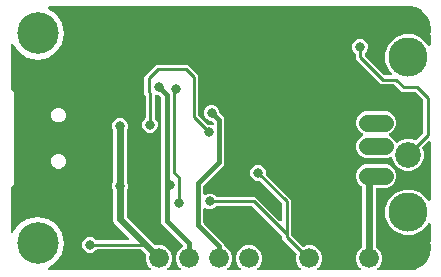
<source format=gbr>
G04 EAGLE Gerber RS-274X export*
G75*
%MOMM*%
%FSLAX34Y34*%
%LPD*%
%INBottom Copper*%
%IPPOS*%
%AMOC8*
5,1,8,0,0,1.08239X$1,22.5*%
G01*
%ADD10C,0.908000*%
%ADD11C,3.516000*%
%ADD12C,2.184400*%
%ADD13C,1.458000*%
%ADD14C,3.316000*%
%ADD15R,2.500000X2.500000*%
%ADD16C,1.208000*%
%ADD17C,1.676400*%
%ADD18C,0.800100*%
%ADD19C,0.254000*%
%ADD20C,0.609600*%
%ADD21C,0.406400*%

G36*
X120055Y2558D02*
X120055Y2558D01*
X120194Y2571D01*
X120213Y2578D01*
X120234Y2581D01*
X120362Y2632D01*
X120494Y2679D01*
X120510Y2690D01*
X120529Y2698D01*
X120642Y2779D01*
X120757Y2857D01*
X120770Y2873D01*
X120787Y2884D01*
X120875Y2992D01*
X120967Y3096D01*
X120976Y3114D01*
X120989Y3129D01*
X121049Y3255D01*
X121112Y3379D01*
X121116Y3399D01*
X121125Y3417D01*
X121151Y3554D01*
X121181Y3689D01*
X121181Y3710D01*
X121185Y3729D01*
X121176Y3868D01*
X121172Y4007D01*
X121166Y4027D01*
X121165Y4047D01*
X121122Y4179D01*
X121083Y4313D01*
X121073Y4330D01*
X121067Y4349D01*
X120992Y4467D01*
X120922Y4587D01*
X120903Y4608D01*
X120897Y4618D01*
X120882Y4632D01*
X120815Y4707D01*
X119010Y6513D01*
X117347Y10527D01*
X117347Y14967D01*
X117354Y14994D01*
X117355Y15024D01*
X117362Y15053D01*
X117358Y15182D01*
X117360Y15312D01*
X117353Y15341D01*
X117352Y15371D01*
X117316Y15495D01*
X117286Y15621D01*
X117272Y15647D01*
X117263Y15676D01*
X117198Y15788D01*
X117137Y15902D01*
X117117Y15924D01*
X117102Y15950D01*
X116996Y16071D01*
X113119Y19948D01*
X113041Y20008D01*
X112968Y20076D01*
X112915Y20105D01*
X112868Y20142D01*
X112777Y20182D01*
X112690Y20230D01*
X112631Y20245D01*
X112576Y20269D01*
X112478Y20284D01*
X112382Y20309D01*
X112282Y20315D01*
X112262Y20319D01*
X112249Y20317D01*
X112221Y20319D01*
X75816Y20319D01*
X75718Y20307D01*
X75619Y20304D01*
X75560Y20287D01*
X75500Y20279D01*
X75408Y20243D01*
X75313Y20215D01*
X75261Y20185D01*
X75205Y20162D01*
X75124Y20104D01*
X75039Y20054D01*
X74964Y19988D01*
X74947Y19976D01*
X74942Y19969D01*
X74938Y19967D01*
X74934Y19961D01*
X74918Y19948D01*
X73555Y18585D01*
X71151Y17589D01*
X68549Y17589D01*
X66145Y18585D01*
X64305Y20425D01*
X63309Y22829D01*
X63309Y25431D01*
X64305Y27835D01*
X66145Y29675D01*
X68549Y30671D01*
X71151Y30671D01*
X73555Y29675D01*
X74918Y28312D01*
X74997Y28252D01*
X75069Y28184D01*
X75122Y28155D01*
X75170Y28118D01*
X75260Y28078D01*
X75347Y28030D01*
X75406Y28015D01*
X75461Y27991D01*
X75559Y27976D01*
X75655Y27951D01*
X75755Y27945D01*
X75775Y27941D01*
X75788Y27943D01*
X75816Y27941D01*
X102061Y27941D01*
X102199Y27958D01*
X102338Y27971D01*
X102357Y27978D01*
X102377Y27981D01*
X102506Y28032D01*
X102637Y28079D01*
X102654Y28090D01*
X102673Y28098D01*
X102785Y28179D01*
X102900Y28257D01*
X102914Y28273D01*
X102930Y28284D01*
X103019Y28392D01*
X103111Y28496D01*
X103120Y28514D01*
X103133Y28529D01*
X103192Y28655D01*
X103255Y28779D01*
X103260Y28799D01*
X103268Y28817D01*
X103294Y28953D01*
X103325Y29089D01*
X103324Y29110D01*
X103328Y29129D01*
X103319Y29268D01*
X103315Y29407D01*
X103310Y29427D01*
X103308Y29447D01*
X103266Y29579D01*
X103227Y29713D01*
X103217Y29730D01*
X103210Y29749D01*
X103136Y29867D01*
X103065Y29987D01*
X103047Y30008D01*
X103040Y30018D01*
X103025Y30032D01*
X102959Y30107D01*
X90512Y42554D01*
X89661Y44608D01*
X89661Y69807D01*
X89660Y69816D01*
X89661Y69825D01*
X89643Y69953D01*
X89637Y70048D01*
X89627Y70080D01*
X89621Y70122D01*
X89618Y70131D01*
X89617Y70140D01*
X89565Y70293D01*
X88709Y72359D01*
X88709Y74961D01*
X89565Y77027D01*
X89567Y77036D01*
X89572Y77045D01*
X89609Y77190D01*
X89649Y77334D01*
X89649Y77343D01*
X89651Y77352D01*
X89661Y77513D01*
X89661Y120907D01*
X89660Y120916D01*
X89661Y120925D01*
X89640Y121074D01*
X89621Y121222D01*
X89618Y121231D01*
X89617Y121240D01*
X89565Y121393D01*
X88709Y123459D01*
X88709Y126061D01*
X89705Y128465D01*
X91545Y130305D01*
X93949Y131301D01*
X96551Y131301D01*
X98955Y130305D01*
X100795Y128465D01*
X101791Y126061D01*
X101791Y123459D01*
X100935Y121393D01*
X100933Y121384D01*
X100928Y121375D01*
X100891Y121230D01*
X100851Y121086D01*
X100851Y121077D01*
X100849Y121068D01*
X100839Y120907D01*
X100839Y77513D01*
X100840Y77504D01*
X100839Y77495D01*
X100860Y77346D01*
X100879Y77198D01*
X100882Y77189D01*
X100883Y77180D01*
X100935Y77027D01*
X101791Y74961D01*
X101791Y72359D01*
X100935Y70293D01*
X100933Y70284D01*
X100928Y70275D01*
X100919Y70237D01*
X100903Y70204D01*
X100884Y70103D01*
X100851Y69986D01*
X100851Y69977D01*
X100849Y69968D01*
X100845Y69900D01*
X100843Y69891D01*
X100844Y69883D01*
X100839Y69807D01*
X100839Y48561D01*
X100851Y48462D01*
X100854Y48363D01*
X100871Y48305D01*
X100879Y48245D01*
X100915Y48153D01*
X100943Y48058D01*
X100973Y48006D01*
X100996Y47949D01*
X101054Y47869D01*
X101104Y47784D01*
X101170Y47709D01*
X101182Y47692D01*
X101192Y47684D01*
X101210Y47663D01*
X119827Y29046D01*
X124899Y23974D01*
X124923Y23956D01*
X124942Y23934D01*
X125048Y23859D01*
X125150Y23780D01*
X125178Y23768D01*
X125202Y23751D01*
X125323Y23705D01*
X125442Y23653D01*
X125472Y23649D01*
X125500Y23638D01*
X125628Y23624D01*
X125756Y23603D01*
X125786Y23606D01*
X125816Y23603D01*
X125944Y23621D01*
X125962Y23623D01*
X130443Y23623D01*
X134457Y21960D01*
X137530Y18887D01*
X139193Y14873D01*
X139193Y10527D01*
X137530Y6513D01*
X135725Y4707D01*
X135639Y4598D01*
X135551Y4491D01*
X135542Y4472D01*
X135530Y4456D01*
X135474Y4328D01*
X135415Y4203D01*
X135411Y4183D01*
X135403Y4164D01*
X135381Y4026D01*
X135355Y3890D01*
X135357Y3870D01*
X135353Y3850D01*
X135366Y3711D01*
X135375Y3573D01*
X135381Y3554D01*
X135383Y3534D01*
X135430Y3402D01*
X135473Y3271D01*
X135484Y3253D01*
X135491Y3234D01*
X135569Y3119D01*
X135643Y3002D01*
X135658Y2988D01*
X135669Y2971D01*
X135774Y2879D01*
X135875Y2784D01*
X135893Y2774D01*
X135908Y2761D01*
X136032Y2697D01*
X136153Y2630D01*
X136173Y2625D01*
X136191Y2616D01*
X136327Y2586D01*
X136461Y2551D01*
X136489Y2549D01*
X136501Y2546D01*
X136522Y2547D01*
X136622Y2541D01*
X145318Y2541D01*
X145455Y2558D01*
X145594Y2571D01*
X145613Y2578D01*
X145634Y2581D01*
X145762Y2632D01*
X145894Y2679D01*
X145910Y2690D01*
X145929Y2698D01*
X146042Y2779D01*
X146157Y2857D01*
X146170Y2873D01*
X146187Y2884D01*
X146275Y2992D01*
X146367Y3096D01*
X146376Y3114D01*
X146389Y3129D01*
X146449Y3255D01*
X146512Y3379D01*
X146516Y3399D01*
X146525Y3417D01*
X146551Y3554D01*
X146581Y3689D01*
X146581Y3710D01*
X146585Y3729D01*
X146576Y3868D01*
X146572Y4007D01*
X146566Y4027D01*
X146565Y4047D01*
X146522Y4179D01*
X146483Y4313D01*
X146473Y4330D01*
X146467Y4349D01*
X146392Y4467D01*
X146322Y4587D01*
X146303Y4608D01*
X146297Y4618D01*
X146282Y4632D01*
X146215Y4707D01*
X144410Y6513D01*
X142747Y10527D01*
X142747Y14873D01*
X144410Y18887D01*
X147483Y21960D01*
X147963Y22159D01*
X148006Y22183D01*
X148053Y22200D01*
X148144Y22262D01*
X148239Y22316D01*
X148275Y22351D01*
X148316Y22379D01*
X148389Y22461D01*
X148467Y22537D01*
X148493Y22580D01*
X148526Y22617D01*
X148576Y22715D01*
X148634Y22809D01*
X148648Y22856D01*
X148671Y22900D01*
X148695Y23008D01*
X148727Y23113D01*
X148730Y23162D01*
X148740Y23211D01*
X148737Y23321D01*
X148742Y23430D01*
X148732Y23479D01*
X148731Y23528D01*
X148700Y23634D01*
X148678Y23742D01*
X148656Y23786D01*
X148642Y23834D01*
X148587Y23929D01*
X148538Y24027D01*
X148506Y24065D01*
X148481Y24108D01*
X148374Y24229D01*
X133098Y39506D01*
X130047Y42556D01*
X130047Y148710D01*
X130035Y148808D01*
X130032Y148907D01*
X130015Y148966D01*
X130007Y149026D01*
X129971Y149118D01*
X129943Y149213D01*
X129913Y149265D01*
X129890Y149321D01*
X129832Y149401D01*
X129782Y149487D01*
X129716Y149562D01*
X129704Y149579D01*
X129694Y149587D01*
X129676Y149608D01*
X128716Y150567D01*
X128638Y150628D01*
X128566Y150696D01*
X128513Y150725D01*
X128465Y150762D01*
X128374Y150801D01*
X128287Y150849D01*
X128229Y150864D01*
X128173Y150888D01*
X128075Y150904D01*
X127979Y150929D01*
X127879Y150935D01*
X127859Y150938D01*
X127847Y150937D01*
X127819Y150939D01*
X126969Y150939D01*
X126216Y151251D01*
X126168Y151264D01*
X126123Y151285D01*
X126015Y151306D01*
X125909Y151335D01*
X125859Y151335D01*
X125810Y151345D01*
X125701Y151338D01*
X125591Y151340D01*
X125543Y151328D01*
X125493Y151325D01*
X125389Y151291D01*
X125282Y151266D01*
X125238Y151242D01*
X125191Y151227D01*
X125098Y151168D01*
X125001Y151117D01*
X124964Y151083D01*
X124922Y151057D01*
X124847Y150977D01*
X124765Y150903D01*
X124738Y150861D01*
X124704Y150825D01*
X124651Y150729D01*
X124591Y150637D01*
X124574Y150590D01*
X124550Y150547D01*
X124523Y150440D01*
X124487Y150336D01*
X124483Y150287D01*
X124471Y150239D01*
X124461Y150078D01*
X124461Y131696D01*
X124473Y131598D01*
X124476Y131499D01*
X124493Y131440D01*
X124501Y131380D01*
X124537Y131288D01*
X124565Y131193D01*
X124595Y131141D01*
X124618Y131085D01*
X124676Y131004D01*
X124726Y130919D01*
X124792Y130844D01*
X124804Y130827D01*
X124814Y130819D01*
X124832Y130798D01*
X126195Y129435D01*
X127191Y127031D01*
X127191Y124429D01*
X126195Y122025D01*
X124355Y120185D01*
X121951Y119189D01*
X119349Y119189D01*
X116945Y120185D01*
X115105Y122025D01*
X114109Y124429D01*
X114109Y127031D01*
X115105Y129435D01*
X116468Y130798D01*
X116528Y130877D01*
X116596Y130949D01*
X116625Y131002D01*
X116662Y131050D01*
X116702Y131140D01*
X116750Y131227D01*
X116765Y131286D01*
X116789Y131341D01*
X116804Y131439D01*
X116829Y131535D01*
X116835Y131635D01*
X116839Y131655D01*
X116837Y131668D01*
X116839Y131696D01*
X116839Y150296D01*
X116827Y150394D01*
X116824Y150493D01*
X116807Y150551D01*
X116799Y150611D01*
X116763Y150703D01*
X116735Y150799D01*
X116705Y150851D01*
X116682Y150907D01*
X116624Y150987D01*
X116574Y151072D01*
X116508Y151148D01*
X116496Y151164D01*
X116486Y151172D01*
X116468Y151193D01*
X115569Y152092D01*
X115569Y166678D01*
X125422Y176531D01*
X152708Y176531D01*
X161291Y167948D01*
X161291Y134184D01*
X161303Y134086D01*
X161306Y133987D01*
X161323Y133929D01*
X161331Y133869D01*
X161367Y133777D01*
X161395Y133681D01*
X161425Y133629D01*
X161448Y133573D01*
X161506Y133493D01*
X161556Y133408D01*
X161622Y133332D01*
X161634Y133316D01*
X161644Y133308D01*
X161662Y133287D01*
X168656Y126293D01*
X168734Y126232D01*
X168807Y126164D01*
X168860Y126135D01*
X168907Y126098D01*
X168998Y126059D01*
X169085Y126011D01*
X169144Y125996D01*
X169199Y125972D01*
X169297Y125956D01*
X169393Y125931D01*
X169493Y125925D01*
X169513Y125922D01*
X169526Y125923D01*
X169554Y125921D01*
X171481Y125921D01*
X172742Y125399D01*
X172790Y125386D01*
X172835Y125365D01*
X172943Y125344D01*
X173049Y125315D01*
X173099Y125314D01*
X173148Y125305D01*
X173257Y125312D01*
X173367Y125310D01*
X173415Y125321D01*
X173465Y125325D01*
X173569Y125358D01*
X173676Y125384D01*
X173720Y125407D01*
X173767Y125423D01*
X173860Y125481D01*
X173957Y125533D01*
X173994Y125566D01*
X174036Y125593D01*
X174111Y125673D01*
X174193Y125747D01*
X174220Y125788D01*
X174254Y125824D01*
X174307Y125921D01*
X174367Y126012D01*
X174384Y126059D01*
X174408Y126103D01*
X174435Y126209D01*
X174471Y126313D01*
X174475Y126363D01*
X174487Y126411D01*
X174497Y126571D01*
X174497Y127120D01*
X174485Y127218D01*
X174482Y127317D01*
X174465Y127376D01*
X174457Y127436D01*
X174421Y127528D01*
X174393Y127623D01*
X174363Y127675D01*
X174340Y127731D01*
X174282Y127811D01*
X174232Y127897D01*
X174166Y127972D01*
X174154Y127989D01*
X174144Y127997D01*
X174126Y128018D01*
X173166Y128977D01*
X173088Y129038D01*
X173016Y129106D01*
X172963Y129135D01*
X172915Y129172D01*
X172824Y129211D01*
X172737Y129259D01*
X172679Y129274D01*
X172623Y129298D01*
X172525Y129314D01*
X172429Y129339D01*
X172329Y129345D01*
X172309Y129348D01*
X172297Y129347D01*
X172269Y129349D01*
X171419Y129349D01*
X169015Y130345D01*
X167175Y132185D01*
X166179Y134589D01*
X166179Y137191D01*
X167175Y139595D01*
X169015Y141435D01*
X171419Y142431D01*
X174021Y142431D01*
X176425Y141435D01*
X178265Y139595D01*
X179261Y137191D01*
X179261Y136341D01*
X179274Y136243D01*
X179277Y136144D01*
X179293Y136086D01*
X179301Y136026D01*
X179338Y135934D01*
X179365Y135839D01*
X179396Y135786D01*
X179418Y135730D01*
X179476Y135650D01*
X179527Y135565D01*
X179593Y135489D01*
X179605Y135473D01*
X179614Y135465D01*
X179633Y135444D01*
X183643Y131434D01*
X183643Y92086D01*
X166234Y74678D01*
X166174Y74599D01*
X166106Y74527D01*
X166077Y74474D01*
X166040Y74426D01*
X166000Y74335D01*
X165952Y74249D01*
X165937Y74190D01*
X165913Y74135D01*
X165898Y74037D01*
X165873Y73941D01*
X165867Y73841D01*
X165863Y73820D01*
X165865Y73808D01*
X165863Y73780D01*
X165863Y67625D01*
X165869Y67576D01*
X165867Y67527D01*
X165889Y67419D01*
X165903Y67310D01*
X165921Y67264D01*
X165931Y67215D01*
X165979Y67116D01*
X166020Y67014D01*
X166049Y66974D01*
X166071Y66929D01*
X166142Y66846D01*
X166206Y66757D01*
X166245Y66725D01*
X166277Y66687D01*
X166367Y66624D01*
X166451Y66554D01*
X166496Y66533D01*
X166537Y66504D01*
X166640Y66465D01*
X166739Y66419D01*
X166788Y66409D01*
X166834Y66392D01*
X166944Y66379D01*
X167051Y66359D01*
X167101Y66362D01*
X167150Y66356D01*
X167259Y66372D01*
X167369Y66378D01*
X167416Y66394D01*
X167465Y66401D01*
X167618Y66453D01*
X170149Y67501D01*
X172751Y67501D01*
X175155Y66505D01*
X176518Y65142D01*
X176597Y65082D01*
X176669Y65014D01*
X176722Y64985D01*
X176770Y64948D01*
X176860Y64908D01*
X176947Y64860D01*
X177006Y64845D01*
X177061Y64821D01*
X177159Y64806D01*
X177255Y64781D01*
X177355Y64775D01*
X177375Y64771D01*
X177388Y64773D01*
X177416Y64771D01*
X209858Y64771D01*
X230243Y44387D01*
X230352Y44301D01*
X230459Y44213D01*
X230478Y44204D01*
X230494Y44192D01*
X230622Y44136D01*
X230747Y44077D01*
X230767Y44073D01*
X230786Y44065D01*
X230924Y44043D01*
X231060Y44017D01*
X231080Y44019D01*
X231100Y44016D01*
X231239Y44029D01*
X231377Y44037D01*
X231396Y44043D01*
X231416Y44045D01*
X231548Y44093D01*
X231679Y44135D01*
X231697Y44146D01*
X231716Y44153D01*
X231831Y44231D01*
X231948Y44305D01*
X231962Y44320D01*
X231979Y44332D01*
X232071Y44436D01*
X232166Y44537D01*
X232176Y44555D01*
X232189Y44570D01*
X232253Y44694D01*
X232320Y44816D01*
X232325Y44835D01*
X232334Y44853D01*
X232364Y44989D01*
X232399Y45123D01*
X232401Y45152D01*
X232404Y45163D01*
X232403Y45184D01*
X232409Y45284D01*
X232409Y58856D01*
X232397Y58954D01*
X232394Y59053D01*
X232377Y59111D01*
X232369Y59171D01*
X232333Y59263D01*
X232305Y59359D01*
X232275Y59411D01*
X232252Y59467D01*
X232194Y59547D01*
X232144Y59632D01*
X232078Y59708D01*
X232066Y59724D01*
X232056Y59732D01*
X232038Y59753D01*
X213614Y78177D01*
X213536Y78238D01*
X213463Y78306D01*
X213410Y78335D01*
X213363Y78372D01*
X213272Y78411D01*
X213185Y78459D01*
X213126Y78474D01*
X213071Y78498D01*
X212973Y78514D01*
X212877Y78539D01*
X212777Y78545D01*
X212757Y78548D01*
X212744Y78547D01*
X212716Y78549D01*
X210789Y78549D01*
X208385Y79545D01*
X206545Y81385D01*
X205549Y83789D01*
X205549Y86391D01*
X206545Y88795D01*
X208385Y90635D01*
X210789Y91631D01*
X213391Y91631D01*
X215795Y90635D01*
X217635Y88795D01*
X218631Y86391D01*
X218631Y84464D01*
X218644Y84366D01*
X218647Y84266D01*
X218663Y84208D01*
X218671Y84148D01*
X218708Y84056D01*
X218735Y83961D01*
X218766Y83909D01*
X218788Y83852D01*
X218846Y83772D01*
X218897Y83687D01*
X218963Y83612D01*
X218975Y83595D01*
X218984Y83587D01*
X219003Y83566D01*
X240031Y62538D01*
X240031Y32584D01*
X240043Y32486D01*
X240046Y32387D01*
X240063Y32329D01*
X240071Y32269D01*
X240107Y32177D01*
X240135Y32081D01*
X240165Y32029D01*
X240188Y31973D01*
X240246Y31893D01*
X240296Y31808D01*
X240362Y31732D01*
X240374Y31716D01*
X240384Y31708D01*
X240402Y31687D01*
X249223Y22866D01*
X249246Y22848D01*
X249266Y22825D01*
X249372Y22751D01*
X249474Y22671D01*
X249502Y22659D01*
X249526Y22642D01*
X249647Y22596D01*
X249766Y22545D01*
X249795Y22540D01*
X249823Y22530D01*
X249952Y22515D01*
X250080Y22495D01*
X250110Y22498D01*
X250139Y22494D01*
X250268Y22513D01*
X250397Y22525D01*
X250425Y22535D01*
X250454Y22539D01*
X250606Y22591D01*
X253097Y23623D01*
X257443Y23623D01*
X261457Y21960D01*
X264530Y18887D01*
X266193Y14873D01*
X266193Y10527D01*
X264530Y6513D01*
X262725Y4707D01*
X262639Y4598D01*
X262551Y4491D01*
X262542Y4472D01*
X262530Y4456D01*
X262474Y4328D01*
X262415Y4203D01*
X262411Y4183D01*
X262403Y4164D01*
X262381Y4026D01*
X262355Y3890D01*
X262357Y3870D01*
X262353Y3850D01*
X262366Y3711D01*
X262375Y3573D01*
X262381Y3554D01*
X262383Y3534D01*
X262430Y3402D01*
X262473Y3271D01*
X262484Y3253D01*
X262491Y3234D01*
X262569Y3119D01*
X262643Y3002D01*
X262658Y2988D01*
X262669Y2971D01*
X262774Y2879D01*
X262875Y2784D01*
X262893Y2774D01*
X262908Y2761D01*
X263032Y2697D01*
X263153Y2630D01*
X263173Y2625D01*
X263191Y2616D01*
X263327Y2586D01*
X263461Y2551D01*
X263489Y2549D01*
X263501Y2546D01*
X263522Y2547D01*
X263622Y2541D01*
X297718Y2541D01*
X297855Y2558D01*
X297994Y2571D01*
X298013Y2578D01*
X298034Y2581D01*
X298162Y2632D01*
X298294Y2679D01*
X298310Y2690D01*
X298329Y2698D01*
X298442Y2779D01*
X298557Y2857D01*
X298570Y2873D01*
X298587Y2884D01*
X298675Y2992D01*
X298767Y3096D01*
X298776Y3114D01*
X298789Y3129D01*
X298849Y3255D01*
X298912Y3379D01*
X298916Y3399D01*
X298925Y3417D01*
X298951Y3554D01*
X298981Y3689D01*
X298981Y3710D01*
X298985Y3729D01*
X298976Y3868D01*
X298972Y4007D01*
X298966Y4027D01*
X298965Y4047D01*
X298922Y4179D01*
X298883Y4313D01*
X298873Y4330D01*
X298867Y4349D01*
X298792Y4467D01*
X298722Y4587D01*
X298703Y4608D01*
X298697Y4618D01*
X298682Y4632D01*
X298615Y4707D01*
X296810Y6513D01*
X295147Y10527D01*
X295147Y14873D01*
X296810Y18887D01*
X299950Y22027D01*
X299974Y22041D01*
X299995Y22061D01*
X300020Y22077D01*
X300109Y22172D01*
X300202Y22262D01*
X300218Y22287D01*
X300238Y22309D01*
X300301Y22422D01*
X300369Y22533D01*
X300377Y22561D01*
X300392Y22587D01*
X300424Y22713D01*
X300462Y22837D01*
X300464Y22867D01*
X300471Y22895D01*
X300481Y23056D01*
X300481Y72734D01*
X300478Y72763D01*
X300480Y72792D01*
X300458Y72920D01*
X300441Y73049D01*
X300431Y73077D01*
X300426Y73106D01*
X300372Y73224D01*
X300324Y73345D01*
X300307Y73369D01*
X300295Y73396D01*
X300214Y73497D01*
X300138Y73602D01*
X300115Y73621D01*
X300096Y73644D01*
X299993Y73722D01*
X299893Y73805D01*
X299866Y73818D01*
X299842Y73835D01*
X299698Y73906D01*
X299131Y74141D01*
X296366Y76906D01*
X294869Y80520D01*
X294869Y84430D01*
X296366Y88044D01*
X299131Y90809D01*
X302745Y92306D01*
X321235Y92306D01*
X324849Y90809D01*
X327614Y88044D01*
X329111Y84430D01*
X329111Y80520D01*
X327614Y76906D01*
X324849Y74141D01*
X321235Y72644D01*
X312928Y72644D01*
X312810Y72629D01*
X312691Y72622D01*
X312653Y72609D01*
X312612Y72604D01*
X312502Y72561D01*
X312389Y72524D01*
X312354Y72502D01*
X312317Y72487D01*
X312221Y72418D01*
X312120Y72354D01*
X312092Y72324D01*
X312059Y72301D01*
X311983Y72209D01*
X311902Y72122D01*
X311882Y72087D01*
X311857Y72056D01*
X311806Y71948D01*
X311748Y71844D01*
X311738Y71804D01*
X311721Y71768D01*
X311699Y71651D01*
X311669Y71536D01*
X311665Y71476D01*
X311661Y71456D01*
X311663Y71435D01*
X311659Y71375D01*
X311659Y23056D01*
X311662Y23026D01*
X311660Y22997D01*
X311682Y22869D01*
X311699Y22740D01*
X311709Y22713D01*
X311715Y22684D01*
X311768Y22565D01*
X311816Y22445D01*
X311833Y22421D01*
X311845Y22394D01*
X311926Y22292D01*
X312002Y22187D01*
X312025Y22168D01*
X312044Y22145D01*
X312147Y22067D01*
X312161Y22056D01*
X315330Y18887D01*
X316993Y14873D01*
X316993Y10527D01*
X315330Y6513D01*
X313525Y4707D01*
X313439Y4598D01*
X313351Y4491D01*
X313342Y4472D01*
X313330Y4456D01*
X313274Y4328D01*
X313215Y4203D01*
X313211Y4183D01*
X313203Y4164D01*
X313181Y4026D01*
X313155Y3890D01*
X313157Y3870D01*
X313153Y3850D01*
X313166Y3711D01*
X313175Y3573D01*
X313181Y3554D01*
X313183Y3534D01*
X313230Y3402D01*
X313273Y3271D01*
X313284Y3253D01*
X313291Y3234D01*
X313369Y3119D01*
X313443Y3002D01*
X313458Y2988D01*
X313469Y2971D01*
X313574Y2879D01*
X313675Y2784D01*
X313693Y2774D01*
X313708Y2761D01*
X313832Y2697D01*
X313953Y2630D01*
X313973Y2625D01*
X313991Y2616D01*
X314127Y2586D01*
X314261Y2551D01*
X314289Y2549D01*
X314301Y2546D01*
X314322Y2547D01*
X314422Y2541D01*
X342462Y2541D01*
X342541Y2551D01*
X342622Y2551D01*
X342775Y2580D01*
X342777Y2581D01*
X342778Y2581D01*
X342780Y2581D01*
X345308Y3235D01*
X345372Y3261D01*
X345439Y3277D01*
X345586Y3343D01*
X350589Y6005D01*
X350686Y6073D01*
X350787Y6135D01*
X350832Y6176D01*
X350849Y6188D01*
X350862Y6204D01*
X350906Y6244D01*
X354842Y10321D01*
X354914Y10416D01*
X354991Y10506D01*
X355021Y10559D01*
X355033Y10576D01*
X355041Y10594D01*
X355070Y10646D01*
X357554Y15740D01*
X357592Y15853D01*
X357637Y15962D01*
X357650Y16022D01*
X357656Y16041D01*
X357658Y16062D01*
X357670Y16120D01*
X358458Y21732D01*
X358459Y21801D01*
X358469Y21870D01*
X358464Y22031D01*
X358295Y23782D01*
X358287Y23819D01*
X358286Y23857D01*
X358252Y23974D01*
X358225Y24092D01*
X358208Y24126D01*
X358197Y24163D01*
X358139Y24261D01*
X358139Y25066D01*
X358135Y25097D01*
X358138Y25127D01*
X358120Y25287D01*
X357990Y26024D01*
X358050Y26132D01*
X358053Y26144D01*
X358058Y26154D01*
X358092Y26298D01*
X358129Y26440D01*
X358130Y26456D01*
X358132Y26464D01*
X358132Y26480D01*
X358139Y26601D01*
X358139Y41418D01*
X358131Y41487D01*
X358132Y41557D01*
X358111Y41645D01*
X358099Y41734D01*
X358074Y41799D01*
X358057Y41866D01*
X358015Y41946D01*
X357982Y42029D01*
X357941Y42086D01*
X357909Y42148D01*
X357848Y42214D01*
X357796Y42287D01*
X357742Y42331D01*
X357695Y42383D01*
X357620Y42432D01*
X357551Y42490D01*
X357487Y42519D01*
X357429Y42558D01*
X357344Y42587D01*
X357263Y42625D01*
X357194Y42638D01*
X357128Y42661D01*
X357039Y42668D01*
X356951Y42685D01*
X356881Y42681D01*
X356811Y42686D01*
X356723Y42671D01*
X356633Y42665D01*
X356567Y42644D01*
X356498Y42632D01*
X356416Y42595D01*
X356331Y42567D01*
X356272Y42530D01*
X356208Y42501D01*
X356138Y42445D01*
X356062Y42397D01*
X356014Y42346D01*
X355960Y42303D01*
X355905Y42231D01*
X355844Y42165D01*
X355810Y42104D01*
X355768Y42048D01*
X355697Y41904D01*
X355300Y40944D01*
X349921Y35565D01*
X342893Y32654D01*
X335287Y32654D01*
X328259Y35565D01*
X322880Y40944D01*
X319969Y47972D01*
X319969Y55578D01*
X322880Y62606D01*
X328259Y67985D01*
X335287Y70896D01*
X342893Y70896D01*
X349921Y67985D01*
X355300Y62606D01*
X355697Y61646D01*
X355732Y61585D01*
X355758Y61521D01*
X355810Y61448D01*
X355855Y61370D01*
X355903Y61320D01*
X355944Y61263D01*
X356014Y61206D01*
X356076Y61141D01*
X356136Y61105D01*
X356189Y61060D01*
X356271Y61022D01*
X356347Y60975D01*
X356414Y60955D01*
X356477Y60925D01*
X356565Y60908D01*
X356651Y60882D01*
X356721Y60878D01*
X356790Y60865D01*
X356879Y60871D01*
X356969Y60866D01*
X357037Y60881D01*
X357107Y60885D01*
X357192Y60913D01*
X357280Y60931D01*
X357343Y60961D01*
X357409Y60983D01*
X357485Y61031D01*
X357566Y61070D01*
X357619Y61116D01*
X357678Y61153D01*
X357740Y61219D01*
X357808Y61277D01*
X357848Y61334D01*
X357896Y61385D01*
X357939Y61463D01*
X357991Y61537D01*
X358016Y61602D01*
X358050Y61663D01*
X358072Y61750D01*
X358104Y61834D01*
X358112Y61904D01*
X358129Y61971D01*
X358139Y62132D01*
X358139Y111071D01*
X358122Y111208D01*
X358109Y111347D01*
X358102Y111366D01*
X358099Y111386D01*
X358048Y111515D01*
X358001Y111646D01*
X357990Y111663D01*
X357982Y111682D01*
X357901Y111794D01*
X357823Y111910D01*
X357807Y111923D01*
X357796Y111939D01*
X357688Y112028D01*
X357584Y112120D01*
X357566Y112129D01*
X357551Y112142D01*
X357425Y112201D01*
X357301Y112265D01*
X357281Y112269D01*
X357263Y112278D01*
X357127Y112304D01*
X356991Y112334D01*
X356970Y112334D01*
X356951Y112338D01*
X356812Y112329D01*
X356673Y112325D01*
X356653Y112319D01*
X356633Y112318D01*
X356501Y112275D01*
X356367Y112236D01*
X356350Y112226D01*
X356331Y112220D01*
X356213Y112145D01*
X356093Y112075D01*
X356072Y112056D01*
X356062Y112050D01*
X356048Y112035D01*
X355973Y111968D01*
X351572Y107568D01*
X351554Y107545D01*
X351531Y107525D01*
X351457Y107419D01*
X351377Y107317D01*
X351365Y107289D01*
X351348Y107265D01*
X351302Y107144D01*
X351251Y107025D01*
X351246Y106996D01*
X351236Y106968D01*
X351221Y106839D01*
X351201Y106711D01*
X351204Y106681D01*
X351200Y106652D01*
X351219Y106523D01*
X351231Y106394D01*
X351241Y106366D01*
X351245Y106337D01*
X351297Y106185D01*
X352553Y103153D01*
X352553Y97797D01*
X350503Y92849D01*
X346716Y89062D01*
X341768Y87012D01*
X336412Y87012D01*
X331464Y89062D01*
X327677Y92849D01*
X325564Y97949D01*
X325559Y97974D01*
X325511Y98073D01*
X325470Y98175D01*
X325441Y98215D01*
X325419Y98260D01*
X325348Y98344D01*
X325284Y98432D01*
X325245Y98464D01*
X325213Y98502D01*
X325123Y98565D01*
X325039Y98635D01*
X324994Y98656D01*
X324953Y98685D01*
X324850Y98724D01*
X324751Y98771D01*
X324702Y98780D01*
X324656Y98798D01*
X324546Y98810D01*
X324439Y98831D01*
X324389Y98827D01*
X324340Y98833D01*
X324231Y98818D01*
X324121Y98811D01*
X324074Y98795D01*
X324025Y98789D01*
X323872Y98736D01*
X321235Y97644D01*
X302745Y97644D01*
X299131Y99141D01*
X296366Y101906D01*
X294869Y105520D01*
X294869Y109430D01*
X296366Y113044D01*
X299131Y115809D01*
X300322Y116302D01*
X300443Y116371D01*
X300566Y116436D01*
X300581Y116450D01*
X300598Y116460D01*
X300698Y116557D01*
X300801Y116650D01*
X300812Y116667D01*
X300827Y116681D01*
X300899Y116799D01*
X300976Y116916D01*
X300983Y116935D01*
X300993Y116952D01*
X301034Y117085D01*
X301079Y117217D01*
X301081Y117237D01*
X301087Y117256D01*
X301093Y117395D01*
X301104Y117534D01*
X301101Y117554D01*
X301102Y117574D01*
X301074Y117710D01*
X301050Y117847D01*
X301042Y117866D01*
X301038Y117885D01*
X300976Y118010D01*
X300919Y118137D01*
X300907Y118153D01*
X300898Y118171D01*
X300808Y118277D01*
X300721Y118385D01*
X300705Y118398D01*
X300692Y118413D01*
X300578Y118493D01*
X300467Y118577D01*
X300442Y118589D01*
X300432Y118596D01*
X300412Y118603D01*
X300322Y118648D01*
X299131Y119141D01*
X296366Y121906D01*
X294869Y125520D01*
X294869Y129430D01*
X296366Y133044D01*
X299131Y135809D01*
X302745Y137306D01*
X321235Y137306D01*
X324849Y135809D01*
X327614Y133044D01*
X329111Y129430D01*
X329111Y125520D01*
X327614Y121906D01*
X324849Y119141D01*
X323658Y118648D01*
X323537Y118579D01*
X323414Y118514D01*
X323399Y118500D01*
X323382Y118490D01*
X323281Y118393D01*
X323179Y118300D01*
X323168Y118283D01*
X323153Y118269D01*
X323080Y118150D01*
X323004Y118034D01*
X322997Y118015D01*
X322987Y117998D01*
X322946Y117865D01*
X322901Y117733D01*
X322899Y117713D01*
X322893Y117694D01*
X322887Y117555D01*
X322876Y117416D01*
X322879Y117396D01*
X322878Y117376D01*
X322906Y117240D01*
X322930Y117103D01*
X322938Y117084D01*
X322942Y117065D01*
X323004Y116939D01*
X323061Y116813D01*
X323073Y116797D01*
X323082Y116779D01*
X323172Y116673D01*
X323259Y116565D01*
X323275Y116552D01*
X323288Y116537D01*
X323402Y116457D01*
X323513Y116373D01*
X323538Y116361D01*
X323548Y116354D01*
X323568Y116347D01*
X323658Y116302D01*
X324849Y115809D01*
X327614Y113044D01*
X328353Y111259D01*
X328378Y111216D01*
X328395Y111169D01*
X328456Y111078D01*
X328511Y110983D01*
X328545Y110947D01*
X328573Y110906D01*
X328656Y110834D01*
X328732Y110755D01*
X328774Y110729D01*
X328812Y110696D01*
X328909Y110646D01*
X329003Y110588D01*
X329051Y110574D01*
X329095Y110551D01*
X329202Y110527D01*
X329307Y110495D01*
X329357Y110492D01*
X329405Y110481D01*
X329515Y110485D01*
X329625Y110480D01*
X329673Y110490D01*
X329723Y110491D01*
X329829Y110522D01*
X329936Y110544D01*
X329981Y110566D01*
X330029Y110580D01*
X330123Y110635D01*
X330222Y110684D01*
X330260Y110716D01*
X330302Y110741D01*
X330423Y110848D01*
X331464Y111888D01*
X336412Y113938D01*
X341768Y113938D01*
X344800Y112682D01*
X344828Y112674D01*
X344854Y112661D01*
X344981Y112632D01*
X345106Y112598D01*
X345136Y112598D01*
X345165Y112591D01*
X345295Y112595D01*
X345424Y112593D01*
X345453Y112600D01*
X345483Y112601D01*
X345607Y112637D01*
X345734Y112667D01*
X345760Y112681D01*
X345788Y112689D01*
X345900Y112755D01*
X346015Y112816D01*
X346037Y112836D01*
X346062Y112851D01*
X346183Y112957D01*
X351418Y118192D01*
X351478Y118270D01*
X351546Y118342D01*
X351575Y118395D01*
X351612Y118443D01*
X351652Y118534D01*
X351700Y118621D01*
X351715Y118679D01*
X351739Y118735D01*
X351754Y118833D01*
X351779Y118929D01*
X351785Y119029D01*
X351789Y119049D01*
X351787Y119061D01*
X351789Y119089D01*
X351789Y146486D01*
X351777Y146584D01*
X351774Y146683D01*
X351757Y146741D01*
X351749Y146801D01*
X351713Y146893D01*
X351685Y146989D01*
X351655Y147041D01*
X351632Y147097D01*
X351574Y147177D01*
X351524Y147262D01*
X351458Y147338D01*
X351446Y147354D01*
X351436Y147362D01*
X351418Y147383D01*
X345503Y153298D01*
X345425Y153358D01*
X345353Y153426D01*
X345300Y153455D01*
X345252Y153492D01*
X345161Y153532D01*
X345074Y153580D01*
X345016Y153595D01*
X344960Y153619D01*
X344862Y153634D01*
X344766Y153659D01*
X344666Y153665D01*
X344646Y153669D01*
X344634Y153667D01*
X344606Y153669D01*
X333702Y153669D01*
X327723Y159648D01*
X327645Y159708D01*
X327573Y159776D01*
X327520Y159805D01*
X327472Y159842D01*
X327381Y159882D01*
X327294Y159930D01*
X327236Y159945D01*
X327180Y159969D01*
X327082Y159984D01*
X326986Y160009D01*
X326886Y160015D01*
X326866Y160019D01*
X326854Y160017D01*
X326826Y160019D01*
X315922Y160019D01*
X294639Y181302D01*
X294639Y185804D01*
X294627Y185902D01*
X294624Y186002D01*
X294607Y186060D01*
X294599Y186120D01*
X294563Y186212D01*
X294535Y186307D01*
X294505Y186359D01*
X294482Y186416D01*
X294424Y186496D01*
X294374Y186581D01*
X294308Y186656D01*
X294296Y186673D01*
X294286Y186681D01*
X294268Y186702D01*
X292905Y188065D01*
X291909Y190469D01*
X291909Y193071D01*
X292905Y195475D01*
X294745Y197315D01*
X297149Y198311D01*
X299751Y198311D01*
X302155Y197315D01*
X303995Y195475D01*
X304991Y193071D01*
X304991Y190469D01*
X303995Y188065D01*
X302632Y186702D01*
X302572Y186624D01*
X302504Y186551D01*
X302475Y186498D01*
X302438Y186451D01*
X302398Y186360D01*
X302350Y186273D01*
X302335Y186214D01*
X302311Y186159D01*
X302296Y186061D01*
X302271Y185965D01*
X302265Y185865D01*
X302261Y185845D01*
X302263Y185832D01*
X302261Y185804D01*
X302261Y184984D01*
X302273Y184886D01*
X302276Y184787D01*
X302293Y184729D01*
X302301Y184669D01*
X302337Y184577D01*
X302365Y184481D01*
X302395Y184429D01*
X302418Y184373D01*
X302476Y184293D01*
X302526Y184208D01*
X302592Y184132D01*
X302604Y184116D01*
X302614Y184108D01*
X302632Y184087D01*
X318707Y168012D01*
X318785Y167952D01*
X318857Y167884D01*
X318910Y167855D01*
X318958Y167818D01*
X319049Y167778D01*
X319136Y167730D01*
X319194Y167715D01*
X319250Y167691D01*
X319348Y167676D01*
X319444Y167651D01*
X319544Y167645D01*
X319564Y167641D01*
X319576Y167643D01*
X319604Y167641D01*
X324519Y167641D01*
X324657Y167658D01*
X324796Y167671D01*
X324815Y167678D01*
X324835Y167681D01*
X324964Y167732D01*
X325095Y167779D01*
X325112Y167790D01*
X325130Y167798D01*
X325243Y167879D01*
X325358Y167957D01*
X325371Y167973D01*
X325388Y167984D01*
X325477Y168092D01*
X325568Y168196D01*
X325578Y168214D01*
X325591Y168229D01*
X325650Y168355D01*
X325713Y168479D01*
X325718Y168499D01*
X325726Y168517D01*
X325752Y168653D01*
X325783Y168789D01*
X325782Y168810D01*
X325786Y168829D01*
X325777Y168968D01*
X325773Y169107D01*
X325767Y169127D01*
X325766Y169147D01*
X325723Y169279D01*
X325685Y169413D01*
X325674Y169430D01*
X325668Y169449D01*
X325594Y169567D01*
X325523Y169687D01*
X325505Y169708D01*
X325498Y169718D01*
X325483Y169732D01*
X325417Y169807D01*
X322880Y172344D01*
X319969Y179372D01*
X319969Y186978D01*
X322880Y194006D01*
X328259Y199385D01*
X335287Y202296D01*
X342893Y202296D01*
X349921Y199385D01*
X355300Y194006D01*
X355697Y193046D01*
X355732Y192985D01*
X355758Y192921D01*
X355810Y192848D01*
X355855Y192770D01*
X355903Y192720D01*
X355944Y192663D01*
X356014Y192606D01*
X356076Y192541D01*
X356136Y192505D01*
X356189Y192460D01*
X356271Y192422D01*
X356347Y192375D01*
X356414Y192355D01*
X356477Y192325D01*
X356565Y192308D01*
X356651Y192282D01*
X356721Y192278D01*
X356790Y192265D01*
X356879Y192271D01*
X356969Y192266D01*
X357037Y192281D01*
X357107Y192285D01*
X357192Y192313D01*
X357280Y192331D01*
X357343Y192361D01*
X357409Y192383D01*
X357485Y192431D01*
X357566Y192470D01*
X357619Y192516D01*
X357678Y192553D01*
X357740Y192619D01*
X357808Y192677D01*
X357848Y192734D01*
X357896Y192785D01*
X357939Y192863D01*
X357991Y192937D01*
X358016Y193002D01*
X358050Y193063D01*
X358072Y193150D01*
X358104Y193234D01*
X358112Y193304D01*
X358129Y193371D01*
X358139Y193532D01*
X358139Y201999D01*
X358121Y202146D01*
X358105Y202292D01*
X358101Y202303D01*
X358099Y202315D01*
X358045Y202452D01*
X357994Y202589D01*
X357993Y202591D01*
X358120Y203313D01*
X358121Y203343D01*
X358129Y203373D01*
X358139Y203534D01*
X358139Y204328D01*
X358140Y204329D01*
X358161Y204360D01*
X358203Y204474D01*
X358251Y204586D01*
X358257Y204623D01*
X358270Y204659D01*
X358295Y204818D01*
X358464Y206569D01*
X358462Y206638D01*
X358470Y206707D01*
X358458Y206868D01*
X357670Y212480D01*
X357639Y212595D01*
X357615Y212711D01*
X357592Y212767D01*
X357586Y212787D01*
X357576Y212804D01*
X357554Y212860D01*
X355070Y217954D01*
X355005Y218053D01*
X354947Y218156D01*
X354907Y218203D01*
X354896Y218220D01*
X354881Y218233D01*
X354842Y218279D01*
X350906Y222356D01*
X350814Y222430D01*
X350726Y222511D01*
X350687Y222535D01*
X350674Y222546D01*
X350665Y222550D01*
X350658Y222556D01*
X350640Y222564D01*
X350589Y222595D01*
X345586Y225257D01*
X345521Y225281D01*
X345461Y225315D01*
X345308Y225365D01*
X342780Y226019D01*
X342700Y226029D01*
X342623Y226049D01*
X342467Y226059D01*
X342464Y226059D01*
X342462Y226059D01*
X35404Y226059D01*
X35300Y226046D01*
X35196Y226042D01*
X35143Y226026D01*
X35089Y226019D01*
X34992Y225981D01*
X34891Y225951D01*
X34844Y225923D01*
X34793Y225902D01*
X34708Y225841D01*
X34619Y225787D01*
X34580Y225748D01*
X34535Y225716D01*
X34469Y225635D01*
X34396Y225561D01*
X34368Y225513D01*
X34333Y225471D01*
X34288Y225376D01*
X34236Y225286D01*
X34221Y225233D01*
X34197Y225183D01*
X34178Y225080D01*
X34149Y224980D01*
X34148Y224925D01*
X34137Y224871D01*
X34144Y224766D01*
X34141Y224662D01*
X34154Y224608D01*
X34157Y224553D01*
X34189Y224454D01*
X34213Y224352D01*
X34238Y224303D01*
X34255Y224251D01*
X34311Y224162D01*
X34359Y224070D01*
X34396Y224028D01*
X34425Y223982D01*
X34501Y223910D01*
X34571Y223832D01*
X34641Y223779D01*
X34657Y223764D01*
X34670Y223757D01*
X34699Y223735D01*
X41434Y219234D01*
X46350Y211878D01*
X48076Y203200D01*
X46350Y194522D01*
X41434Y187166D01*
X34078Y182250D01*
X25400Y180524D01*
X16722Y182250D01*
X9366Y187166D01*
X4865Y193901D01*
X4797Y193980D01*
X4736Y194065D01*
X4693Y194100D01*
X4657Y194141D01*
X4571Y194201D01*
X4491Y194267D01*
X4441Y194291D01*
X4395Y194322D01*
X4297Y194358D01*
X4203Y194403D01*
X4149Y194413D01*
X4097Y194432D01*
X3993Y194443D01*
X3890Y194463D01*
X3835Y194459D01*
X3781Y194465D01*
X3677Y194449D01*
X3573Y194443D01*
X3521Y194426D01*
X3466Y194418D01*
X3370Y194377D01*
X3271Y194345D01*
X3224Y194315D01*
X3173Y194294D01*
X3090Y194231D01*
X3002Y194175D01*
X2964Y194135D01*
X2920Y194101D01*
X2855Y194019D01*
X2784Y193943D01*
X2757Y193895D01*
X2723Y193852D01*
X2681Y193756D01*
X2630Y193665D01*
X2617Y193611D01*
X2594Y193561D01*
X2577Y193458D01*
X2551Y193357D01*
X2545Y193269D01*
X2542Y193247D01*
X2543Y193232D01*
X2541Y193196D01*
X2541Y156518D01*
X2553Y156420D01*
X2556Y156321D01*
X2573Y156263D01*
X2581Y156203D01*
X2617Y156111D01*
X2645Y156015D01*
X2675Y155963D01*
X2698Y155907D01*
X2756Y155827D01*
X2806Y155742D01*
X2872Y155666D01*
X2884Y155650D01*
X2894Y155642D01*
X2912Y155621D01*
X5081Y153452D01*
X5081Y75148D01*
X2912Y72979D01*
X2852Y72901D01*
X2784Y72829D01*
X2755Y72776D01*
X2718Y72728D01*
X2678Y72637D01*
X2630Y72550D01*
X2615Y72492D01*
X2591Y72436D01*
X2576Y72338D01*
X2551Y72243D01*
X2545Y72142D01*
X2541Y72122D01*
X2543Y72110D01*
X2541Y72082D01*
X2541Y35404D01*
X2554Y35300D01*
X2558Y35196D01*
X2574Y35143D01*
X2581Y35089D01*
X2619Y34992D01*
X2649Y34891D01*
X2677Y34844D01*
X2698Y34793D01*
X2759Y34708D01*
X2813Y34619D01*
X2852Y34580D01*
X2884Y34535D01*
X2965Y34469D01*
X3039Y34396D01*
X3087Y34368D01*
X3129Y34333D01*
X3224Y34288D01*
X3314Y34236D01*
X3367Y34221D01*
X3417Y34197D01*
X3520Y34178D01*
X3620Y34149D01*
X3675Y34148D01*
X3729Y34137D01*
X3834Y34144D01*
X3938Y34141D01*
X3992Y34154D01*
X4047Y34157D01*
X4146Y34189D01*
X4248Y34213D01*
X4297Y34238D01*
X4349Y34255D01*
X4438Y34311D01*
X4530Y34359D01*
X4572Y34396D01*
X4618Y34425D01*
X4690Y34501D01*
X4768Y34571D01*
X4821Y34641D01*
X4836Y34657D01*
X4843Y34670D01*
X4865Y34699D01*
X9366Y41434D01*
X16722Y46350D01*
X25400Y48076D01*
X34078Y46350D01*
X41434Y41434D01*
X46350Y34078D01*
X48076Y25400D01*
X46350Y16722D01*
X41434Y9366D01*
X34699Y4865D01*
X34620Y4797D01*
X34535Y4736D01*
X34500Y4693D01*
X34459Y4657D01*
X34399Y4571D01*
X34333Y4491D01*
X34309Y4441D01*
X34278Y4395D01*
X34242Y4297D01*
X34197Y4203D01*
X34187Y4149D01*
X34168Y4097D01*
X34157Y3993D01*
X34137Y3890D01*
X34141Y3835D01*
X34135Y3781D01*
X34151Y3677D01*
X34157Y3573D01*
X34174Y3521D01*
X34182Y3466D01*
X34223Y3370D01*
X34255Y3271D01*
X34285Y3224D01*
X34306Y3173D01*
X34369Y3090D01*
X34425Y3002D01*
X34465Y2964D01*
X34499Y2920D01*
X34581Y2855D01*
X34657Y2784D01*
X34705Y2757D01*
X34748Y2723D01*
X34844Y2681D01*
X34935Y2630D01*
X34989Y2617D01*
X35039Y2594D01*
X35142Y2577D01*
X35243Y2551D01*
X35331Y2545D01*
X35353Y2542D01*
X35368Y2543D01*
X35404Y2541D01*
X119918Y2541D01*
X120055Y2558D01*
G37*
G36*
X196255Y2558D02*
X196255Y2558D01*
X196394Y2571D01*
X196413Y2578D01*
X196434Y2581D01*
X196562Y2632D01*
X196694Y2679D01*
X196710Y2690D01*
X196729Y2698D01*
X196842Y2779D01*
X196957Y2857D01*
X196970Y2873D01*
X196987Y2884D01*
X197075Y2992D01*
X197167Y3096D01*
X197176Y3114D01*
X197189Y3129D01*
X197249Y3255D01*
X197312Y3379D01*
X197316Y3399D01*
X197325Y3417D01*
X197351Y3554D01*
X197381Y3689D01*
X197381Y3710D01*
X197385Y3729D01*
X197376Y3868D01*
X197372Y4007D01*
X197366Y4027D01*
X197365Y4047D01*
X197322Y4179D01*
X197283Y4313D01*
X197273Y4330D01*
X197267Y4349D01*
X197192Y4467D01*
X197122Y4587D01*
X197103Y4608D01*
X197097Y4618D01*
X197082Y4632D01*
X197015Y4707D01*
X195210Y6513D01*
X193547Y10527D01*
X193547Y14873D01*
X195210Y18887D01*
X198283Y21960D01*
X202297Y23623D01*
X206643Y23623D01*
X210657Y21960D01*
X213730Y18887D01*
X215393Y14873D01*
X215393Y10527D01*
X213730Y6513D01*
X211925Y4707D01*
X211839Y4598D01*
X211751Y4491D01*
X211742Y4472D01*
X211730Y4456D01*
X211674Y4328D01*
X211615Y4203D01*
X211611Y4183D01*
X211603Y4164D01*
X211581Y4026D01*
X211555Y3890D01*
X211557Y3870D01*
X211553Y3850D01*
X211566Y3711D01*
X211575Y3573D01*
X211581Y3554D01*
X211583Y3534D01*
X211630Y3402D01*
X211673Y3271D01*
X211684Y3253D01*
X211691Y3234D01*
X211769Y3119D01*
X211843Y3002D01*
X211858Y2988D01*
X211869Y2971D01*
X211974Y2879D01*
X212075Y2784D01*
X212093Y2774D01*
X212108Y2761D01*
X212232Y2697D01*
X212353Y2630D01*
X212373Y2625D01*
X212391Y2616D01*
X212527Y2586D01*
X212661Y2551D01*
X212689Y2549D01*
X212701Y2546D01*
X212722Y2547D01*
X212822Y2541D01*
X246918Y2541D01*
X247055Y2558D01*
X247194Y2571D01*
X247213Y2578D01*
X247234Y2581D01*
X247362Y2632D01*
X247494Y2679D01*
X247510Y2690D01*
X247529Y2698D01*
X247642Y2779D01*
X247757Y2857D01*
X247770Y2873D01*
X247787Y2884D01*
X247875Y2992D01*
X247967Y3096D01*
X247976Y3114D01*
X247989Y3129D01*
X248049Y3255D01*
X248112Y3379D01*
X248116Y3399D01*
X248125Y3417D01*
X248151Y3554D01*
X248181Y3689D01*
X248181Y3710D01*
X248185Y3729D01*
X248176Y3868D01*
X248172Y4007D01*
X248166Y4027D01*
X248165Y4047D01*
X248122Y4179D01*
X248083Y4313D01*
X248073Y4330D01*
X248067Y4349D01*
X247992Y4467D01*
X247922Y4587D01*
X247903Y4608D01*
X247897Y4618D01*
X247882Y4632D01*
X247815Y4707D01*
X246010Y6513D01*
X244347Y10527D01*
X244347Y14873D01*
X244635Y15568D01*
X244643Y15596D01*
X244656Y15622D01*
X244685Y15749D01*
X244719Y15874D01*
X244720Y15904D01*
X244726Y15933D01*
X244722Y16062D01*
X244724Y16192D01*
X244717Y16221D01*
X244716Y16251D01*
X244680Y16375D01*
X244650Y16502D01*
X244636Y16528D01*
X244628Y16556D01*
X244562Y16668D01*
X244501Y16783D01*
X244481Y16805D01*
X244466Y16830D01*
X244360Y16951D01*
X232409Y28902D01*
X232409Y30916D01*
X232397Y31014D01*
X232394Y31113D01*
X232377Y31171D01*
X232369Y31231D01*
X232333Y31323D01*
X232305Y31419D01*
X232275Y31471D01*
X232252Y31527D01*
X232194Y31607D01*
X232144Y31692D01*
X232078Y31768D01*
X232066Y31784D01*
X232056Y31792D01*
X232038Y31813D01*
X207073Y56778D01*
X206995Y56838D01*
X206923Y56906D01*
X206870Y56935D01*
X206822Y56972D01*
X206731Y57012D01*
X206644Y57060D01*
X206586Y57075D01*
X206530Y57099D01*
X206432Y57114D01*
X206336Y57139D01*
X206236Y57145D01*
X206216Y57149D01*
X206204Y57147D01*
X206176Y57149D01*
X177416Y57149D01*
X177318Y57137D01*
X177219Y57134D01*
X177160Y57117D01*
X177100Y57109D01*
X177008Y57073D01*
X176913Y57045D01*
X176861Y57015D01*
X176805Y56992D01*
X176724Y56934D01*
X176639Y56884D01*
X176564Y56818D01*
X176547Y56806D01*
X176539Y56796D01*
X176518Y56778D01*
X175155Y55415D01*
X172751Y54419D01*
X170149Y54419D01*
X167618Y55467D01*
X167570Y55480D01*
X167525Y55501D01*
X167417Y55522D01*
X167311Y55551D01*
X167261Y55552D01*
X167212Y55561D01*
X167103Y55554D01*
X166993Y55556D01*
X166945Y55545D01*
X166895Y55542D01*
X166791Y55508D01*
X166684Y55482D01*
X166640Y55459D01*
X166593Y55443D01*
X166500Y55385D01*
X166403Y55333D01*
X166366Y55300D01*
X166324Y55273D01*
X166249Y55193D01*
X166167Y55119D01*
X166140Y55078D01*
X166106Y55042D01*
X166053Y54946D01*
X165993Y54854D01*
X165976Y54807D01*
X165952Y54763D01*
X165925Y54657D01*
X165889Y54553D01*
X165885Y54503D01*
X165873Y54455D01*
X165863Y54295D01*
X165863Y43060D01*
X165875Y42962D01*
X165878Y42863D01*
X165895Y42804D01*
X165903Y42744D01*
X165939Y42652D01*
X165967Y42557D01*
X165997Y42505D01*
X166020Y42449D01*
X166078Y42369D01*
X166128Y42283D01*
X166194Y42208D01*
X166206Y42191D01*
X166216Y42183D01*
X166234Y42162D01*
X183643Y24754D01*
X183643Y23477D01*
X183646Y23447D01*
X183644Y23418D01*
X183666Y23290D01*
X183683Y23161D01*
X183693Y23134D01*
X183698Y23105D01*
X183752Y22986D01*
X183800Y22865D01*
X183817Y22842D01*
X183829Y22815D01*
X183910Y22713D01*
X183986Y22608D01*
X184009Y22589D01*
X184028Y22566D01*
X184131Y22488D01*
X184231Y22405D01*
X184258Y22393D01*
X184282Y22375D01*
X184426Y22304D01*
X185257Y21960D01*
X188330Y18887D01*
X189993Y14873D01*
X189993Y10527D01*
X188330Y6513D01*
X186525Y4707D01*
X186439Y4598D01*
X186351Y4491D01*
X186342Y4472D01*
X186330Y4456D01*
X186274Y4328D01*
X186215Y4203D01*
X186211Y4183D01*
X186203Y4164D01*
X186181Y4026D01*
X186155Y3890D01*
X186157Y3870D01*
X186153Y3850D01*
X186166Y3711D01*
X186175Y3573D01*
X186181Y3554D01*
X186183Y3534D01*
X186230Y3402D01*
X186273Y3271D01*
X186284Y3253D01*
X186291Y3234D01*
X186369Y3119D01*
X186443Y3002D01*
X186458Y2988D01*
X186469Y2971D01*
X186574Y2879D01*
X186675Y2784D01*
X186693Y2774D01*
X186708Y2761D01*
X186832Y2697D01*
X186953Y2630D01*
X186973Y2625D01*
X186991Y2616D01*
X187127Y2586D01*
X187261Y2551D01*
X187289Y2549D01*
X187301Y2546D01*
X187322Y2547D01*
X187422Y2541D01*
X196118Y2541D01*
X196255Y2558D01*
G37*
%LPC*%
G36*
X21122Y144754D02*
X21122Y144754D01*
X21101Y144753D01*
X21007Y144759D01*
X20040Y144759D01*
X20035Y144763D01*
X19924Y144803D01*
X19816Y144849D01*
X19775Y144856D01*
X19735Y144870D01*
X19576Y144895D01*
X19535Y144898D01*
X17213Y146536D01*
X16021Y149115D01*
X16118Y150185D01*
X16117Y150220D01*
X16123Y150254D01*
X16118Y150415D01*
X16021Y151485D01*
X17213Y154064D01*
X19535Y155702D01*
X19576Y155705D01*
X19617Y155714D01*
X19659Y155716D01*
X19772Y155748D01*
X19887Y155774D01*
X19924Y155792D01*
X19964Y155804D01*
X20026Y155841D01*
X21007Y155841D01*
X21028Y155843D01*
X21122Y155846D01*
X22085Y155933D01*
X22091Y155930D01*
X22205Y155901D01*
X22317Y155864D01*
X22358Y155861D01*
X22399Y155851D01*
X22559Y155841D01*
X25801Y155841D01*
X25842Y155846D01*
X25884Y155843D01*
X25999Y155866D01*
X26116Y155881D01*
X26155Y155896D01*
X26196Y155904D01*
X26261Y155935D01*
X27238Y155846D01*
X27259Y155847D01*
X27353Y155841D01*
X28320Y155841D01*
X28325Y155837D01*
X28436Y155797D01*
X28544Y155751D01*
X28585Y155744D01*
X28625Y155730D01*
X28784Y155705D01*
X28825Y155702D01*
X31147Y154064D01*
X32339Y151485D01*
X32242Y150415D01*
X32243Y150380D01*
X32237Y150346D01*
X32242Y150185D01*
X32339Y149115D01*
X31147Y146536D01*
X28825Y144898D01*
X28784Y144895D01*
X28743Y144886D01*
X28701Y144884D01*
X28588Y144852D01*
X28473Y144826D01*
X28436Y144808D01*
X28396Y144796D01*
X28334Y144759D01*
X27353Y144759D01*
X27332Y144757D01*
X27238Y144754D01*
X26275Y144667D01*
X26269Y144670D01*
X26155Y144699D01*
X26043Y144736D01*
X26002Y144739D01*
X25961Y144749D01*
X25801Y144759D01*
X22559Y144759D01*
X22518Y144754D01*
X22476Y144757D01*
X22361Y144734D01*
X22244Y144719D01*
X22205Y144704D01*
X22164Y144696D01*
X22099Y144665D01*
X21122Y144754D01*
G37*
%LPD*%
%LPC*%
G36*
X21122Y72754D02*
X21122Y72754D01*
X21101Y72753D01*
X21007Y72759D01*
X20040Y72759D01*
X20035Y72763D01*
X19924Y72803D01*
X19816Y72849D01*
X19775Y72856D01*
X19735Y72870D01*
X19576Y72895D01*
X19535Y72898D01*
X17213Y74536D01*
X16021Y77115D01*
X16118Y78185D01*
X16117Y78220D01*
X16123Y78254D01*
X16118Y78415D01*
X16021Y79485D01*
X17213Y82064D01*
X19535Y83702D01*
X19576Y83705D01*
X19617Y83714D01*
X19659Y83716D01*
X19772Y83748D01*
X19887Y83774D01*
X19924Y83792D01*
X19964Y83804D01*
X20026Y83841D01*
X21007Y83841D01*
X21029Y83843D01*
X21122Y83846D01*
X22085Y83933D01*
X22091Y83930D01*
X22205Y83901D01*
X22317Y83864D01*
X22358Y83861D01*
X22399Y83851D01*
X22559Y83841D01*
X25801Y83841D01*
X25842Y83846D01*
X25884Y83843D01*
X25999Y83866D01*
X26116Y83881D01*
X26155Y83896D01*
X26196Y83904D01*
X26261Y83935D01*
X27238Y83846D01*
X27259Y83847D01*
X27353Y83841D01*
X28320Y83841D01*
X28325Y83837D01*
X28436Y83797D01*
X28544Y83751D01*
X28585Y83744D01*
X28625Y83730D01*
X28784Y83705D01*
X28825Y83702D01*
X31147Y82064D01*
X32339Y79485D01*
X32242Y78415D01*
X32243Y78380D01*
X32237Y78346D01*
X32242Y78185D01*
X32339Y77115D01*
X31147Y74536D01*
X28825Y72898D01*
X28784Y72895D01*
X28743Y72886D01*
X28701Y72884D01*
X28588Y72852D01*
X28473Y72826D01*
X28436Y72808D01*
X28396Y72796D01*
X28334Y72759D01*
X27353Y72759D01*
X27332Y72757D01*
X27238Y72754D01*
X26275Y72667D01*
X26269Y72670D01*
X26155Y72699D01*
X26043Y72736D01*
X26002Y72739D01*
X25961Y72749D01*
X25801Y72759D01*
X22559Y72759D01*
X22518Y72754D01*
X22476Y72757D01*
X22361Y72734D01*
X22244Y72719D01*
X22205Y72704D01*
X22164Y72696D01*
X22099Y72665D01*
X21122Y72754D01*
G37*
%LPD*%
%LPC*%
G36*
X41978Y127759D02*
X41978Y127759D01*
X39758Y128679D01*
X38059Y130378D01*
X37139Y132598D01*
X37139Y135002D01*
X38059Y137222D01*
X39758Y138921D01*
X41978Y139841D01*
X44382Y139841D01*
X46602Y138921D01*
X48301Y137222D01*
X49221Y135002D01*
X49221Y132598D01*
X48301Y130378D01*
X46602Y128679D01*
X44382Y127759D01*
X41978Y127759D01*
G37*
%LPD*%
%LPC*%
G36*
X41978Y88759D02*
X41978Y88759D01*
X39758Y89679D01*
X38059Y91378D01*
X37139Y93598D01*
X37139Y96002D01*
X38059Y98222D01*
X39758Y99921D01*
X41978Y100841D01*
X44382Y100841D01*
X46602Y99921D01*
X48301Y98222D01*
X49221Y96002D01*
X49221Y93598D01*
X48301Y91378D01*
X46602Y89679D01*
X44382Y88759D01*
X41978Y88759D01*
G37*
%LPD*%
D10*
X242710Y102060D03*
X251710Y93060D03*
X233710Y93060D03*
X233710Y111060D03*
X251710Y111060D03*
D11*
X25400Y203200D03*
X25400Y25400D03*
D12*
X339090Y135475D03*
X339090Y100475D03*
D13*
X319280Y107475D02*
X304700Y107475D01*
X304700Y127475D02*
X319280Y127475D01*
X319280Y82475D02*
X304700Y82475D01*
X304700Y152475D02*
X319280Y152475D01*
D14*
X339090Y51775D03*
X339090Y183175D03*
D15*
X24180Y78300D03*
X24180Y150300D03*
D16*
X52180Y147300D02*
X52180Y159380D01*
X52180Y81300D02*
X52180Y69220D01*
D17*
X128270Y12700D03*
X153670Y12700D03*
X179070Y12700D03*
X204470Y12700D03*
X229870Y12700D03*
X255270Y12700D03*
X280670Y12700D03*
X306070Y12700D03*
D18*
X276860Y208280D03*
X260350Y49530D03*
X293370Y33020D03*
X318770Y38100D03*
X353060Y33020D03*
X191770Y113030D03*
X172720Y73660D03*
X118110Y101600D03*
X118110Y86360D03*
X110490Y93980D03*
X91440Y34290D03*
X207010Y110490D03*
X125730Y93980D03*
X165100Y143510D03*
X196850Y184150D03*
X208280Y184150D03*
X157480Y193040D03*
X172720Y165100D03*
X181610Y179070D03*
X172720Y176530D03*
X85090Y156210D03*
X85090Y139700D03*
X83820Y177800D03*
X72390Y177800D03*
X72390Y161290D03*
X266700Y194310D03*
X246380Y194310D03*
X224790Y194310D03*
X298450Y191770D03*
D19*
X298450Y182880D01*
X317500Y163830D01*
X328930Y163830D01*
X335280Y157480D01*
X346710Y157480D01*
X355600Y148590D01*
X355600Y116985D01*
X339090Y100475D01*
D20*
X306070Y76555D02*
X306070Y12700D01*
X306070Y76555D02*
X311990Y82475D01*
D18*
X172720Y135890D03*
D21*
X179070Y129540D01*
X179070Y93980D01*
X161290Y76200D01*
X161290Y40640D01*
X179070Y22860D01*
X179070Y12700D01*
D19*
X140970Y154940D02*
X142240Y156210D01*
X140970Y154940D02*
X140970Y85090D01*
X144780Y81280D01*
X144780Y59690D01*
D18*
X144780Y59690D03*
X142240Y156210D03*
X212090Y85090D03*
D19*
X236220Y60960D01*
X236220Y33020D01*
X236220Y30480D01*
X254000Y12700D01*
X255270Y12700D01*
D18*
X171450Y60960D03*
D19*
X208280Y60960D01*
X236220Y33020D01*
D18*
X170180Y119380D03*
X120650Y125730D03*
D19*
X120650Y152400D01*
X119380Y153670D01*
X119380Y165100D01*
X127000Y172720D01*
X151130Y172720D01*
X157480Y166370D01*
X157480Y132080D01*
X170180Y119380D01*
D18*
X95250Y124760D03*
X95250Y73660D03*
D20*
X95250Y124760D01*
X95250Y73660D02*
X95250Y45720D01*
X116840Y24130D01*
X128270Y12700D01*
D18*
X69850Y24130D03*
D19*
X116840Y24130D01*
D18*
X137160Y74930D03*
D21*
X134620Y74930D01*
D18*
X128270Y157480D03*
D21*
X134620Y44450D02*
X153670Y25400D01*
X153670Y12700D01*
X134620Y151130D02*
X128270Y157480D01*
X134620Y151130D02*
X134620Y74930D01*
X134620Y44450D01*
M02*

</source>
